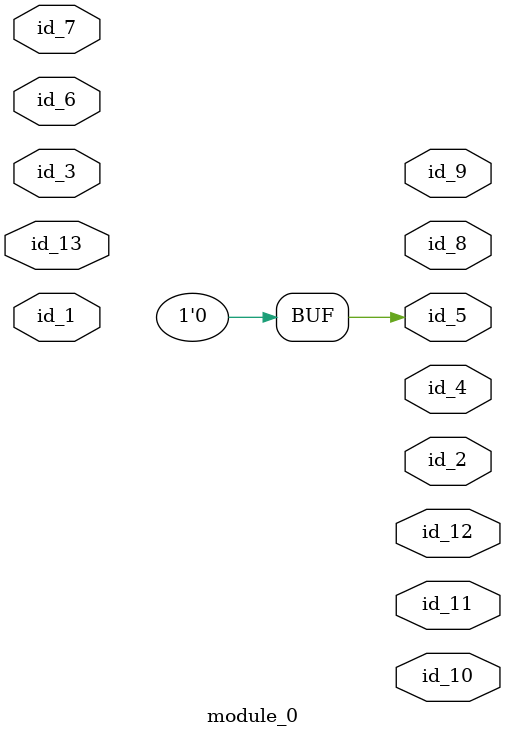
<source format=v>
module module_0 (
    id_1,
    id_2,
    id_3,
    id_4,
    id_5,
    id_6,
    id_7,
    id_8,
    id_9,
    id_10,
    id_11,
    id_12,
    id_13
);
  input id_13;
  output id_12;
  output id_11;
  output id_10;
  output id_9;
  output id_8;
  inout id_7;
  input id_6;
  output id_5;
  output id_4;
  inout id_3;
  output id_2;
  input id_1;
  assign id_5 = 1'd0;
endmodule

</source>
